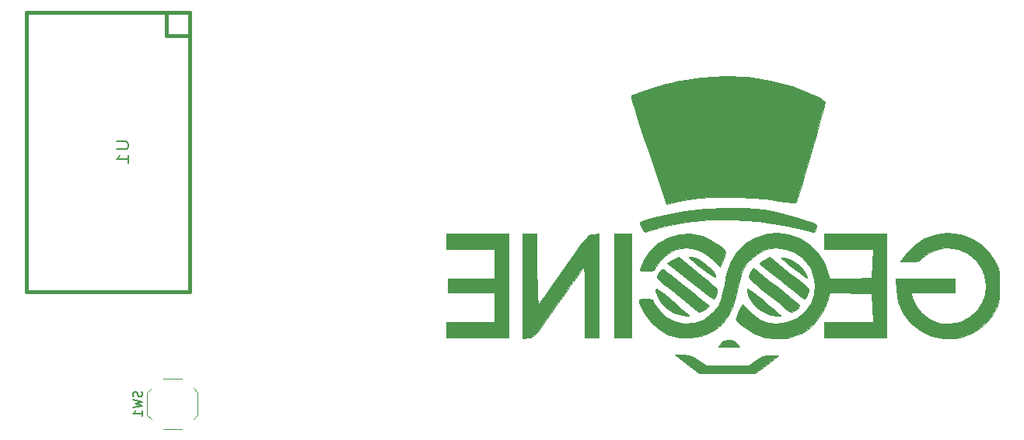
<source format=gbr>
G04 #@! TF.GenerationSoftware,KiCad,Pcbnew,(5.1.6-0-10_14)*
G04 #@! TF.CreationDate,2020-08-23T00:26:13+08:00*
G04 #@! TF.ProjectId,Geopad,47656f70-6164-42e6-9b69-6361645f7063,rev?*
G04 #@! TF.SameCoordinates,Original*
G04 #@! TF.FileFunction,Legend,Bot*
G04 #@! TF.FilePolarity,Positive*
%FSLAX46Y46*%
G04 Gerber Fmt 4.6, Leading zero omitted, Abs format (unit mm)*
G04 Created by KiCad (PCBNEW (5.1.6-0-10_14)) date 2020-08-23 00:26:13*
%MOMM*%
%LPD*%
G01*
G04 APERTURE LIST*
%ADD10C,0.010000*%
%ADD11C,0.120000*%
%ADD12C,0.381000*%
%ADD13C,0.150000*%
%ADD14C,0.203200*%
G04 APERTURE END LIST*
D10*
G36*
X198209589Y-118419223D02*
G01*
X195471374Y-118870221D01*
X195250929Y-118916854D01*
X194480458Y-119100503D01*
X193625876Y-119333514D01*
X192758662Y-119592881D01*
X191950299Y-119855602D01*
X191272268Y-120098672D01*
X190796052Y-120299087D01*
X190612011Y-120409729D01*
X190632273Y-120595355D01*
X190752495Y-121064277D01*
X190961373Y-121779925D01*
X191247600Y-122705728D01*
X191599872Y-123805116D01*
X192006883Y-125041517D01*
X192455515Y-126373044D01*
X194441007Y-132201576D01*
X195899504Y-131859716D01*
X196811188Y-131703880D01*
X197984119Y-131590831D01*
X199343592Y-131520538D01*
X200814904Y-131492973D01*
X202323352Y-131508106D01*
X203794231Y-131565907D01*
X205152840Y-131666347D01*
X206324473Y-131809396D01*
X206646559Y-131863955D01*
X207501126Y-132011442D01*
X208072905Y-132083453D01*
X208408510Y-132083196D01*
X208554553Y-132013876D01*
X208563733Y-131995844D01*
X208693151Y-131620209D01*
X208890593Y-130998107D01*
X209142694Y-130175692D01*
X209436092Y-129199117D01*
X209757423Y-128114535D01*
X210093323Y-126968100D01*
X210430429Y-125805964D01*
X210755378Y-124674281D01*
X211054806Y-123619205D01*
X211315350Y-122686889D01*
X211523647Y-121923485D01*
X211666332Y-121375148D01*
X211730042Y-121088030D01*
X211730940Y-121057270D01*
X211496646Y-120866777D01*
X211012455Y-120595591D01*
X210347821Y-120275760D01*
X209572198Y-119939330D01*
X208755041Y-119618346D01*
X208148345Y-119404245D01*
X205723496Y-118736150D01*
X203289512Y-118350444D01*
X200800256Y-118245383D01*
X198209589Y-118419223D01*
G37*
X198209589Y-118419223D02*
X195471374Y-118870221D01*
X195250929Y-118916854D01*
X194480458Y-119100503D01*
X193625876Y-119333514D01*
X192758662Y-119592881D01*
X191950299Y-119855602D01*
X191272268Y-120098672D01*
X190796052Y-120299087D01*
X190612011Y-120409729D01*
X190632273Y-120595355D01*
X190752495Y-121064277D01*
X190961373Y-121779925D01*
X191247600Y-122705728D01*
X191599872Y-123805116D01*
X192006883Y-125041517D01*
X192455515Y-126373044D01*
X194441007Y-132201576D01*
X195899504Y-131859716D01*
X196811188Y-131703880D01*
X197984119Y-131590831D01*
X199343592Y-131520538D01*
X200814904Y-131492973D01*
X202323352Y-131508106D01*
X203794231Y-131565907D01*
X205152840Y-131666347D01*
X206324473Y-131809396D01*
X206646559Y-131863955D01*
X207501126Y-132011442D01*
X208072905Y-132083453D01*
X208408510Y-132083196D01*
X208554553Y-132013876D01*
X208563733Y-131995844D01*
X208693151Y-131620209D01*
X208890593Y-130998107D01*
X209142694Y-130175692D01*
X209436092Y-129199117D01*
X209757423Y-128114535D01*
X210093323Y-126968100D01*
X210430429Y-125805964D01*
X210755378Y-124674281D01*
X211054806Y-123619205D01*
X211315350Y-122686889D01*
X211523647Y-121923485D01*
X211666332Y-121375148D01*
X211730042Y-121088030D01*
X211730940Y-121057270D01*
X211496646Y-120866777D01*
X211012455Y-120595591D01*
X210347821Y-120275760D01*
X209572198Y-119939330D01*
X208755041Y-119618346D01*
X208148345Y-119404245D01*
X205723496Y-118736150D01*
X203289512Y-118350444D01*
X200800256Y-118245383D01*
X198209589Y-118419223D01*
G36*
X198700733Y-132751099D02*
G01*
X196443481Y-133012728D01*
X194280713Y-133408747D01*
X192805547Y-133781914D01*
X192222817Y-133956822D01*
X191781324Y-134102240D01*
X191569869Y-134188776D01*
X191565394Y-134192428D01*
X191585703Y-134375469D01*
X191731637Y-134730033D01*
X191768960Y-134804255D01*
X192022530Y-135172665D01*
X192273338Y-135248921D01*
X192331779Y-135231326D01*
X194384723Y-134589421D01*
X196660732Y-134157682D01*
X199116616Y-133936982D01*
X201709182Y-133928196D01*
X204395239Y-134132200D01*
X207131596Y-134549869D01*
X208759221Y-134898547D01*
X209480229Y-135068824D01*
X210066970Y-135205355D01*
X210449119Y-135291902D01*
X210559805Y-135314267D01*
X210636486Y-135173607D01*
X210710037Y-134936187D01*
X210741073Y-134591817D01*
X210687454Y-134437296D01*
X210404224Y-134277449D01*
X209857517Y-134067048D01*
X209115261Y-133825298D01*
X208245384Y-133571402D01*
X207315813Y-133324566D01*
X206394476Y-133103995D01*
X205549301Y-132928893D01*
X205062666Y-132847043D01*
X203107998Y-132660807D01*
X200954796Y-132631309D01*
X198700733Y-132751099D01*
G37*
X198700733Y-132751099D02*
X196443481Y-133012728D01*
X194280713Y-133408747D01*
X192805547Y-133781914D01*
X192222817Y-133956822D01*
X191781324Y-134102240D01*
X191569869Y-134188776D01*
X191565394Y-134192428D01*
X191585703Y-134375469D01*
X191731637Y-134730033D01*
X191768960Y-134804255D01*
X192022530Y-135172665D01*
X192273338Y-135248921D01*
X192331779Y-135231326D01*
X194384723Y-134589421D01*
X196660732Y-134157682D01*
X199116616Y-133936982D01*
X201709182Y-133928196D01*
X204395239Y-134132200D01*
X207131596Y-134549869D01*
X208759221Y-134898547D01*
X209480229Y-135068824D01*
X210066970Y-135205355D01*
X210449119Y-135291902D01*
X210559805Y-135314267D01*
X210636486Y-135173607D01*
X210710037Y-134936187D01*
X210741073Y-134591817D01*
X210687454Y-134437296D01*
X210404224Y-134277449D01*
X209857517Y-134067048D01*
X209115261Y-133825298D01*
X208245384Y-133571402D01*
X207315813Y-133324566D01*
X206394476Y-133103995D01*
X205549301Y-132928893D01*
X205062666Y-132847043D01*
X203107998Y-132660807D01*
X200954796Y-132631309D01*
X198700733Y-132751099D01*
G36*
X195840743Y-135559062D02*
G01*
X194655415Y-135902940D01*
X193577631Y-136497961D01*
X192660026Y-137317196D01*
X191955237Y-138333716D01*
X191610983Y-139166600D01*
X191566194Y-139399634D01*
X191673113Y-139511175D01*
X192007465Y-139545523D01*
X192262240Y-139547600D01*
X192762181Y-139519238D01*
X193051091Y-139394742D01*
X193254575Y-139114995D01*
X193278689Y-139069208D01*
X193696106Y-138486918D01*
X194297816Y-137910676D01*
X194964355Y-137440439D01*
X195525681Y-137189146D01*
X196630912Y-137016944D01*
X197644286Y-137153386D01*
X198602792Y-137608800D01*
X199427111Y-138278571D01*
X200310889Y-139133319D01*
X200637673Y-138378401D01*
X200813721Y-137890907D01*
X200889430Y-137510963D01*
X200879378Y-137401771D01*
X200647725Y-137108399D01*
X200192457Y-136738804D01*
X199601220Y-136350231D01*
X198961659Y-135999922D01*
X198361418Y-135745122D01*
X198323484Y-135732454D01*
X197080978Y-135493258D01*
X195840743Y-135559062D01*
G37*
X195840743Y-135559062D02*
X194655415Y-135902940D01*
X193577631Y-136497961D01*
X192660026Y-137317196D01*
X191955237Y-138333716D01*
X191610983Y-139166600D01*
X191566194Y-139399634D01*
X191673113Y-139511175D01*
X192007465Y-139545523D01*
X192262240Y-139547600D01*
X192762181Y-139519238D01*
X193051091Y-139394742D01*
X193254575Y-139114995D01*
X193278689Y-139069208D01*
X193696106Y-138486918D01*
X194297816Y-137910676D01*
X194964355Y-137440439D01*
X195525681Y-137189146D01*
X196630912Y-137016944D01*
X197644286Y-137153386D01*
X198602792Y-137608800D01*
X199427111Y-138278571D01*
X200310889Y-139133319D01*
X200637673Y-138378401D01*
X200813721Y-137890907D01*
X200889430Y-137510963D01*
X200879378Y-137401771D01*
X200647725Y-137108399D01*
X200192457Y-136738804D01*
X199601220Y-136350231D01*
X198961659Y-135999922D01*
X198361418Y-135745122D01*
X198323484Y-135732454D01*
X197080978Y-135493258D01*
X195840743Y-135559062D01*
G36*
X196865591Y-138045607D02*
G01*
X196969778Y-138166562D01*
X197292995Y-138447193D01*
X197783284Y-138844051D01*
X198312820Y-139255799D01*
X199042475Y-139791923D01*
X199533058Y-140101836D01*
X199781208Y-140183565D01*
X199813333Y-140136736D01*
X199681152Y-139811205D01*
X199337882Y-139384009D01*
X198863432Y-138926729D01*
X198337712Y-138510947D01*
X197840632Y-138208245D01*
X197538808Y-138099247D01*
X197123767Y-138038865D01*
X196882796Y-138036885D01*
X196865591Y-138045607D01*
G37*
X196865591Y-138045607D02*
X196969778Y-138166562D01*
X197292995Y-138447193D01*
X197783284Y-138844051D01*
X198312820Y-139255799D01*
X199042475Y-139791923D01*
X199533058Y-140101836D01*
X199781208Y-140183565D01*
X199813333Y-140136736D01*
X199681152Y-139811205D01*
X199337882Y-139384009D01*
X198863432Y-138926729D01*
X198337712Y-138510947D01*
X197840632Y-138208245D01*
X197538808Y-138099247D01*
X197123767Y-138038865D01*
X196882796Y-138036885D01*
X196865591Y-138045607D01*
G36*
X206937336Y-138052314D02*
G01*
X207000572Y-138169360D01*
X207288795Y-138445054D01*
X207754435Y-138837033D01*
X208293478Y-139260014D01*
X208893043Y-139708759D01*
X209379948Y-140057169D01*
X209700949Y-140268235D01*
X209804000Y-140309939D01*
X209695213Y-139978716D01*
X209421216Y-139528725D01*
X209060551Y-139076313D01*
X208798384Y-138820322D01*
X208342793Y-138510113D01*
X207807217Y-138245847D01*
X207307258Y-138075231D01*
X206958515Y-138045968D01*
X206937336Y-138052314D01*
G37*
X206937336Y-138052314D02*
X207000572Y-138169360D01*
X207288795Y-138445054D01*
X207754435Y-138837033D01*
X208293478Y-139260014D01*
X208893043Y-139708759D01*
X209379948Y-140057169D01*
X209700949Y-140268235D01*
X209804000Y-140309939D01*
X209695213Y-139978716D01*
X209421216Y-139528725D01*
X209060551Y-139076313D01*
X208798384Y-138820322D01*
X208342793Y-138510113D01*
X207807217Y-138245847D01*
X207307258Y-138075231D01*
X206958515Y-138045968D01*
X206937336Y-138052314D01*
G36*
X195131840Y-138332303D02*
G01*
X194510256Y-138651194D01*
X196991650Y-140623397D01*
X197776204Y-141243329D01*
X198468360Y-141783359D01*
X199025299Y-142210640D01*
X199404204Y-142492328D01*
X199562255Y-142595578D01*
X199562713Y-142595600D01*
X199681051Y-142456794D01*
X199817524Y-142161243D01*
X199940779Y-141786098D01*
X199982666Y-141575321D01*
X199857252Y-141422890D01*
X199510727Y-141099590D01*
X198987669Y-140644560D01*
X198332654Y-140096941D01*
X197868045Y-139718583D01*
X195753424Y-138013411D01*
X195131840Y-138332303D01*
G37*
X195131840Y-138332303D02*
X194510256Y-138651194D01*
X196991650Y-140623397D01*
X197776204Y-141243329D01*
X198468360Y-141783359D01*
X199025299Y-142210640D01*
X199404204Y-142492328D01*
X199562255Y-142595578D01*
X199562713Y-142595600D01*
X199681051Y-142456794D01*
X199817524Y-142161243D01*
X199940779Y-141786098D01*
X199982666Y-141575321D01*
X199857252Y-141422890D01*
X199510727Y-141099590D01*
X198987669Y-140644560D01*
X198332654Y-140096941D01*
X197868045Y-139718583D01*
X195753424Y-138013411D01*
X195131840Y-138332303D01*
G36*
X205135957Y-138317127D02*
G01*
X204763869Y-138517811D01*
X204569580Y-138668107D01*
X204561176Y-138689963D01*
X204688837Y-138815853D01*
X205033585Y-139107691D01*
X205544072Y-139524932D01*
X206168948Y-140027037D01*
X206856865Y-140573462D01*
X207556475Y-141123667D01*
X208216430Y-141637108D01*
X208785380Y-142073244D01*
X209211977Y-142391533D01*
X209444872Y-142551434D01*
X209464008Y-142560962D01*
X209601367Y-142454353D01*
X209763866Y-142127495D01*
X209784752Y-142070027D01*
X209912008Y-141693502D01*
X209972529Y-141491856D01*
X209973333Y-141485526D01*
X209848153Y-141370786D01*
X209502142Y-141081640D01*
X208979596Y-140654401D01*
X208324812Y-140125381D01*
X207845291Y-139740959D01*
X205717248Y-138039929D01*
X205135957Y-138317127D01*
G37*
X205135957Y-138317127D02*
X204763869Y-138517811D01*
X204569580Y-138668107D01*
X204561176Y-138689963D01*
X204688837Y-138815853D01*
X205033585Y-139107691D01*
X205544072Y-139524932D01*
X206168948Y-140027037D01*
X206856865Y-140573462D01*
X207556475Y-141123667D01*
X208216430Y-141637108D01*
X208785380Y-142073244D01*
X209211977Y-142391533D01*
X209444872Y-142551434D01*
X209464008Y-142560962D01*
X209601367Y-142454353D01*
X209763866Y-142127495D01*
X209784752Y-142070027D01*
X209912008Y-141693502D01*
X209972529Y-141491856D01*
X209973333Y-141485526D01*
X209848153Y-141370786D01*
X209502142Y-141081640D01*
X208979596Y-140654401D01*
X208324812Y-140125381D01*
X207845291Y-139740959D01*
X205717248Y-138039929D01*
X205135957Y-138317127D01*
G36*
X193920701Y-139366780D02*
G01*
X193701171Y-139603323D01*
X193518489Y-139932675D01*
X193440855Y-140239385D01*
X193491257Y-140383992D01*
X193667012Y-140528525D01*
X194055518Y-140845421D01*
X194606475Y-141293730D01*
X195269587Y-141832505D01*
X195580000Y-142084487D01*
X196288714Y-142660286D01*
X196919184Y-143173714D01*
X197417088Y-143580443D01*
X197728100Y-143836146D01*
X197788316Y-143886472D01*
X198012761Y-144003799D01*
X198292234Y-143941963D01*
X198616761Y-143763013D01*
X198967229Y-143521173D01*
X199054668Y-143350568D01*
X198948445Y-143201225D01*
X198761376Y-143045092D01*
X198362641Y-142721673D01*
X197806072Y-142273935D01*
X197145499Y-141744842D01*
X196434754Y-141177362D01*
X195727670Y-140614460D01*
X195078077Y-140099103D01*
X194539807Y-139674256D01*
X194166692Y-139382887D01*
X194108878Y-139338492D01*
X193920701Y-139366780D01*
G37*
X193920701Y-139366780D02*
X193701171Y-139603323D01*
X193518489Y-139932675D01*
X193440855Y-140239385D01*
X193491257Y-140383992D01*
X193667012Y-140528525D01*
X194055518Y-140845421D01*
X194606475Y-141293730D01*
X195269587Y-141832505D01*
X195580000Y-142084487D01*
X196288714Y-142660286D01*
X196919184Y-143173714D01*
X197417088Y-143580443D01*
X197728100Y-143836146D01*
X197788316Y-143886472D01*
X198012761Y-144003799D01*
X198292234Y-143941963D01*
X198616761Y-143763013D01*
X198967229Y-143521173D01*
X199054668Y-143350568D01*
X198948445Y-143201225D01*
X198761376Y-143045092D01*
X198362641Y-142721673D01*
X197806072Y-142273935D01*
X197145499Y-141744842D01*
X196434754Y-141177362D01*
X195727670Y-140614460D01*
X195078077Y-140099103D01*
X194539807Y-139674256D01*
X194166692Y-139382887D01*
X194108878Y-139338492D01*
X193920701Y-139366780D01*
G36*
X203618562Y-139726160D02*
G01*
X203449025Y-140117707D01*
X203463037Y-140351459D01*
X203565765Y-140475456D01*
X203766330Y-140645966D01*
X204172231Y-140981723D01*
X204725217Y-141435326D01*
X205367040Y-141959378D01*
X206039450Y-142506478D01*
X206684196Y-143029230D01*
X207243029Y-143480233D01*
X207657700Y-143812088D01*
X207864532Y-143973438D01*
X208112815Y-143978754D01*
X208478993Y-143816377D01*
X208513512Y-143794373D01*
X208820538Y-143544826D01*
X208938892Y-143349800D01*
X208936471Y-143336578D01*
X208792780Y-143181455D01*
X208433316Y-142860359D01*
X207908528Y-142416654D01*
X207268863Y-141893704D01*
X207102157Y-141759863D01*
X206366887Y-141171207D01*
X205658204Y-140603069D01*
X205053471Y-140117517D01*
X204630049Y-139776616D01*
X204607463Y-139758372D01*
X203898260Y-139185285D01*
X203618562Y-139726160D01*
G37*
X203618562Y-139726160D02*
X203449025Y-140117707D01*
X203463037Y-140351459D01*
X203565765Y-140475456D01*
X203766330Y-140645966D01*
X204172231Y-140981723D01*
X204725217Y-141435326D01*
X205367040Y-141959378D01*
X206039450Y-142506478D01*
X206684196Y-143029230D01*
X207243029Y-143480233D01*
X207657700Y-143812088D01*
X207864532Y-143973438D01*
X208112815Y-143978754D01*
X208478993Y-143816377D01*
X208513512Y-143794373D01*
X208820538Y-143544826D01*
X208938892Y-143349800D01*
X208936471Y-143336578D01*
X208792780Y-143181455D01*
X208433316Y-142860359D01*
X207908528Y-142416654D01*
X207268863Y-141893704D01*
X207102157Y-141759863D01*
X206366887Y-141171207D01*
X205658204Y-140603069D01*
X205053471Y-140117517D01*
X204630049Y-139776616D01*
X204607463Y-139758372D01*
X203898260Y-139185285D01*
X203618562Y-139726160D01*
G36*
X193255094Y-141516410D02*
G01*
X193279311Y-141681434D01*
X193688845Y-142698091D01*
X194354139Y-143511017D01*
X195237607Y-144085725D01*
X196215000Y-144375081D01*
X196651898Y-144428716D01*
X196907327Y-144431183D01*
X196934666Y-144415781D01*
X196811819Y-144287590D01*
X196473905Y-143983738D01*
X195966870Y-143544359D01*
X195336658Y-143009591D01*
X195047326Y-142767064D01*
X194315407Y-142160412D01*
X193805117Y-141753446D01*
X193481564Y-141524742D01*
X193309854Y-141452872D01*
X193255094Y-141516410D01*
G37*
X193255094Y-141516410D02*
X193279311Y-141681434D01*
X193688845Y-142698091D01*
X194354139Y-143511017D01*
X195237607Y-144085725D01*
X196215000Y-144375081D01*
X196651898Y-144428716D01*
X196907327Y-144431183D01*
X196934666Y-144415781D01*
X196811819Y-144287590D01*
X196473905Y-143983738D01*
X195966870Y-143544359D01*
X195336658Y-143009591D01*
X195047326Y-142767064D01*
X194315407Y-142160412D01*
X193805117Y-141753446D01*
X193481564Y-141524742D01*
X193309854Y-141452872D01*
X193255094Y-141516410D01*
G36*
X203251170Y-141471986D02*
G01*
X203222608Y-141715175D01*
X203355673Y-142133819D01*
X203603653Y-142636372D01*
X203919838Y-143131286D01*
X204257515Y-143527014D01*
X204334672Y-143595500D01*
X204993307Y-144001469D01*
X205799311Y-144309388D01*
X206575169Y-144454452D01*
X206697936Y-144458267D01*
X206898802Y-144427859D01*
X206807631Y-144286271D01*
X206749952Y-144232554D01*
X206196659Y-143743981D01*
X205571283Y-143215609D01*
X204927889Y-142690094D01*
X204320543Y-142210095D01*
X203803311Y-141818271D01*
X203430258Y-141557279D01*
X203255449Y-141469778D01*
X203251170Y-141471986D01*
G37*
X203251170Y-141471986D02*
X203222608Y-141715175D01*
X203355673Y-142133819D01*
X203603653Y-142636372D01*
X203919838Y-143131286D01*
X204257515Y-143527014D01*
X204334672Y-143595500D01*
X204993307Y-144001469D01*
X205799311Y-144309388D01*
X206575169Y-144454452D01*
X206697936Y-144458267D01*
X206898802Y-144427859D01*
X206807631Y-144286271D01*
X206749952Y-144232554D01*
X206196659Y-143743981D01*
X205571283Y-143215609D01*
X204927889Y-142690094D01*
X204320543Y-142210095D01*
X203803311Y-141818271D01*
X203430258Y-141557279D01*
X203255449Y-141469778D01*
X203251170Y-141471986D01*
G36*
X170518666Y-137176934D02*
G01*
X175768000Y-137176934D01*
X175768000Y-140394267D01*
X170688000Y-140394267D01*
X170688000Y-141918267D01*
X175768000Y-141918267D01*
X175768000Y-145135600D01*
X170518666Y-145135600D01*
X170518666Y-146828934D01*
X177292000Y-146828934D01*
X177292000Y-135483600D01*
X170518666Y-135483600D01*
X170518666Y-137176934D01*
G37*
X170518666Y-137176934D02*
X175768000Y-137176934D01*
X175768000Y-140394267D01*
X170688000Y-140394267D01*
X170688000Y-141918267D01*
X175768000Y-141918267D01*
X175768000Y-145135600D01*
X170518666Y-145135600D01*
X170518666Y-146828934D01*
X177292000Y-146828934D01*
X177292000Y-135483600D01*
X170518666Y-135483600D01*
X170518666Y-137176934D01*
G36*
X186494424Y-135515712D02*
G01*
X186236114Y-135553819D01*
X186009506Y-135648783D01*
X185770690Y-135845141D01*
X185475759Y-136187428D01*
X185080804Y-136720180D01*
X184541915Y-137487932D01*
X184522690Y-137515600D01*
X183546305Y-138920134D01*
X182744564Y-140070757D01*
X182099609Y-140992196D01*
X181593581Y-141709175D01*
X181208622Y-142246420D01*
X180926873Y-142628656D01*
X180730476Y-142880608D01*
X180601572Y-143027002D01*
X180522303Y-143092563D01*
X180486599Y-143103600D01*
X180444465Y-142942238D01*
X180407066Y-142490013D01*
X180376240Y-141794715D01*
X180353826Y-140904136D01*
X180341663Y-139866067D01*
X180340000Y-139293600D01*
X180340000Y-135483600D01*
X178816000Y-135483600D01*
X178816000Y-146849377D01*
X179448067Y-146796822D01*
X179644142Y-146772473D01*
X179823962Y-146713692D01*
X180014616Y-146588690D01*
X180243189Y-146365675D01*
X180536770Y-146012859D01*
X180922446Y-145498451D01*
X181427303Y-144790662D01*
X182078430Y-143857700D01*
X182628057Y-143064743D01*
X183318514Y-142071004D01*
X183953640Y-141163294D01*
X184505702Y-140380736D01*
X184946968Y-139762456D01*
X185249706Y-139347578D01*
X185382657Y-139178543D01*
X185450656Y-139177562D01*
X185502904Y-139348194D01*
X185541124Y-139721456D01*
X185567039Y-140328363D01*
X185582370Y-141199934D01*
X185588840Y-142367186D01*
X185589333Y-142900400D01*
X185589333Y-146828934D01*
X187113333Y-146828934D01*
X187113333Y-135463156D01*
X186494424Y-135515712D01*
G37*
X186494424Y-135515712D02*
X186236114Y-135553819D01*
X186009506Y-135648783D01*
X185770690Y-135845141D01*
X185475759Y-136187428D01*
X185080804Y-136720180D01*
X184541915Y-137487932D01*
X184522690Y-137515600D01*
X183546305Y-138920134D01*
X182744564Y-140070757D01*
X182099609Y-140992196D01*
X181593581Y-141709175D01*
X181208622Y-142246420D01*
X180926873Y-142628656D01*
X180730476Y-142880608D01*
X180601572Y-143027002D01*
X180522303Y-143092563D01*
X180486599Y-143103600D01*
X180444465Y-142942238D01*
X180407066Y-142490013D01*
X180376240Y-141794715D01*
X180353826Y-140904136D01*
X180341663Y-139866067D01*
X180340000Y-139293600D01*
X180340000Y-135483600D01*
X178816000Y-135483600D01*
X178816000Y-146849377D01*
X179448067Y-146796822D01*
X179644142Y-146772473D01*
X179823962Y-146713692D01*
X180014616Y-146588690D01*
X180243189Y-146365675D01*
X180536770Y-146012859D01*
X180922446Y-145498451D01*
X181427303Y-144790662D01*
X182078430Y-143857700D01*
X182628057Y-143064743D01*
X183318514Y-142071004D01*
X183953640Y-141163294D01*
X184505702Y-140380736D01*
X184946968Y-139762456D01*
X185249706Y-139347578D01*
X185382657Y-139178543D01*
X185450656Y-139177562D01*
X185502904Y-139348194D01*
X185541124Y-139721456D01*
X185567039Y-140328363D01*
X185582370Y-141199934D01*
X185588840Y-142367186D01*
X185589333Y-142900400D01*
X185589333Y-146828934D01*
X187113333Y-146828934D01*
X187113333Y-135463156D01*
X186494424Y-135515712D01*
G36*
X188806666Y-146828934D02*
G01*
X190669333Y-146828934D01*
X190669333Y-135483600D01*
X188806666Y-135483600D01*
X188806666Y-146828934D01*
G37*
X188806666Y-146828934D02*
X190669333Y-146828934D01*
X190669333Y-135483600D01*
X188806666Y-135483600D01*
X188806666Y-146828934D01*
G36*
X205495252Y-135484927D02*
G01*
X204162783Y-135881188D01*
X203056601Y-136508095D01*
X202165995Y-137378159D01*
X201480250Y-138503894D01*
X200988654Y-139897813D01*
X200757712Y-141018354D01*
X200574972Y-142008579D01*
X200365298Y-142749174D01*
X200091049Y-143329008D01*
X199714588Y-143836949D01*
X199441035Y-144127180D01*
X198524043Y-144823189D01*
X197499336Y-145212060D01*
X196415613Y-145285762D01*
X195321575Y-145036264D01*
X194941455Y-144869215D01*
X194386309Y-144515977D01*
X193846019Y-144045601D01*
X193394516Y-143537913D01*
X193105736Y-143072739D01*
X193040000Y-142816241D01*
X192898483Y-142668469D01*
X192458451Y-142601278D01*
X192197524Y-142595600D01*
X191702035Y-142604541D01*
X191474523Y-142660139D01*
X191444316Y-142805556D01*
X191513807Y-143013165D01*
X192088632Y-144169312D01*
X192855539Y-145180007D01*
X193756277Y-145983315D01*
X194732594Y-146517304D01*
X194849146Y-146559350D01*
X195920552Y-146784460D01*
X197104795Y-146805233D01*
X198246818Y-146624521D01*
X198677417Y-146488912D01*
X199713503Y-145980503D01*
X200553474Y-145287343D01*
X201221458Y-144375500D01*
X201741583Y-143211036D01*
X202137976Y-141760017D01*
X202178407Y-141564865D01*
X202378006Y-140616286D01*
X202553718Y-139924752D01*
X202736455Y-139413104D01*
X202957129Y-139004185D01*
X203246653Y-138620836D01*
X203451408Y-138387433D01*
X204327226Y-137646529D01*
X205315516Y-137192767D01*
X206361259Y-137018940D01*
X207409435Y-137117844D01*
X208405022Y-137482271D01*
X209293001Y-138105016D01*
X210018351Y-138978871D01*
X210185811Y-139269461D01*
X210469405Y-140097533D01*
X210573616Y-141074821D01*
X210498445Y-142063283D01*
X210243892Y-142924876D01*
X210185811Y-143043073D01*
X209515426Y-143974742D01*
X208631778Y-144689307D01*
X207600916Y-145146214D01*
X206502000Y-145304934D01*
X205493239Y-145190229D01*
X204600105Y-144821914D01*
X203740673Y-144163684D01*
X203583107Y-144011488D01*
X202696214Y-143129901D01*
X202355440Y-143900276D01*
X202157764Y-144372635D01*
X202034794Y-144715522D01*
X202014666Y-144807122D01*
X202147672Y-145015847D01*
X202494261Y-145336523D01*
X202975790Y-145709931D01*
X203513617Y-146076852D01*
X204029099Y-146378065D01*
X204229489Y-146474930D01*
X205226170Y-146778133D01*
X206355763Y-146907655D01*
X207452841Y-146850095D01*
X207856666Y-146768834D01*
X208483148Y-146577031D01*
X209073142Y-146348038D01*
X209262672Y-146257625D01*
X210100307Y-145663789D01*
X210881693Y-144830697D01*
X211533242Y-143857311D01*
X211981363Y-142842598D01*
X212083619Y-142463916D01*
X212203633Y-141908898D01*
X216831333Y-142002934D01*
X216928709Y-145135600D01*
X211666666Y-145135600D01*
X211666666Y-146828934D01*
X218440000Y-146828934D01*
X218440000Y-135483600D01*
X211666666Y-135483600D01*
X211666666Y-137176934D01*
X216928709Y-137176934D01*
X216831333Y-140309600D01*
X214517483Y-140356618D01*
X212203633Y-140403635D01*
X212083619Y-139848618D01*
X211655511Y-138624734D01*
X210960845Y-137549351D01*
X210049097Y-136655236D01*
X208969742Y-135975159D01*
X207772256Y-135541888D01*
X206506111Y-135388192D01*
X205495252Y-135484927D01*
G37*
X205495252Y-135484927D02*
X204162783Y-135881188D01*
X203056601Y-136508095D01*
X202165995Y-137378159D01*
X201480250Y-138503894D01*
X200988654Y-139897813D01*
X200757712Y-141018354D01*
X200574972Y-142008579D01*
X200365298Y-142749174D01*
X200091049Y-143329008D01*
X199714588Y-143836949D01*
X199441035Y-144127180D01*
X198524043Y-144823189D01*
X197499336Y-145212060D01*
X196415613Y-145285762D01*
X195321575Y-145036264D01*
X194941455Y-144869215D01*
X194386309Y-144515977D01*
X193846019Y-144045601D01*
X193394516Y-143537913D01*
X193105736Y-143072739D01*
X193040000Y-142816241D01*
X192898483Y-142668469D01*
X192458451Y-142601278D01*
X192197524Y-142595600D01*
X191702035Y-142604541D01*
X191474523Y-142660139D01*
X191444316Y-142805556D01*
X191513807Y-143013165D01*
X192088632Y-144169312D01*
X192855539Y-145180007D01*
X193756277Y-145983315D01*
X194732594Y-146517304D01*
X194849146Y-146559350D01*
X195920552Y-146784460D01*
X197104795Y-146805233D01*
X198246818Y-146624521D01*
X198677417Y-146488912D01*
X199713503Y-145980503D01*
X200553474Y-145287343D01*
X201221458Y-144375500D01*
X201741583Y-143211036D01*
X202137976Y-141760017D01*
X202178407Y-141564865D01*
X202378006Y-140616286D01*
X202553718Y-139924752D01*
X202736455Y-139413104D01*
X202957129Y-139004185D01*
X203246653Y-138620836D01*
X203451408Y-138387433D01*
X204327226Y-137646529D01*
X205315516Y-137192767D01*
X206361259Y-137018940D01*
X207409435Y-137117844D01*
X208405022Y-137482271D01*
X209293001Y-138105016D01*
X210018351Y-138978871D01*
X210185811Y-139269461D01*
X210469405Y-140097533D01*
X210573616Y-141074821D01*
X210498445Y-142063283D01*
X210243892Y-142924876D01*
X210185811Y-143043073D01*
X209515426Y-143974742D01*
X208631778Y-144689307D01*
X207600916Y-145146214D01*
X206502000Y-145304934D01*
X205493239Y-145190229D01*
X204600105Y-144821914D01*
X203740673Y-144163684D01*
X203583107Y-144011488D01*
X202696214Y-143129901D01*
X202355440Y-143900276D01*
X202157764Y-144372635D01*
X202034794Y-144715522D01*
X202014666Y-144807122D01*
X202147672Y-145015847D01*
X202494261Y-145336523D01*
X202975790Y-145709931D01*
X203513617Y-146076852D01*
X204029099Y-146378065D01*
X204229489Y-146474930D01*
X205226170Y-146778133D01*
X206355763Y-146907655D01*
X207452841Y-146850095D01*
X207856666Y-146768834D01*
X208483148Y-146577031D01*
X209073142Y-146348038D01*
X209262672Y-146257625D01*
X210100307Y-145663789D01*
X210881693Y-144830697D01*
X211533242Y-143857311D01*
X211981363Y-142842598D01*
X212083619Y-142463916D01*
X212203633Y-141908898D01*
X216831333Y-142002934D01*
X216928709Y-145135600D01*
X211666666Y-145135600D01*
X211666666Y-146828934D01*
X218440000Y-146828934D01*
X218440000Y-135483600D01*
X211666666Y-135483600D01*
X211666666Y-137176934D01*
X216928709Y-137176934D01*
X216831333Y-140309600D01*
X214517483Y-140356618D01*
X212203633Y-140403635D01*
X212083619Y-139848618D01*
X211655511Y-138624734D01*
X210960845Y-137549351D01*
X210049097Y-136655236D01*
X208969742Y-135975159D01*
X207772256Y-135541888D01*
X206506111Y-135388192D01*
X205495252Y-135484927D01*
G36*
X223788625Y-135531417D02*
G01*
X222560443Y-135971877D01*
X221462762Y-136688558D01*
X220549734Y-137661150D01*
X220451886Y-137798835D01*
X219947730Y-138531600D01*
X220942348Y-138531600D01*
X221551073Y-138507632D01*
X221942407Y-138411885D01*
X222235705Y-138208596D01*
X222326636Y-138116815D01*
X222993900Y-137600911D01*
X223844671Y-137214458D01*
X224730571Y-137019483D01*
X224980175Y-137007600D01*
X226189378Y-137153016D01*
X227230213Y-137591550D01*
X228108601Y-138326634D01*
X228727168Y-139179067D01*
X229079013Y-140070193D01*
X229213542Y-141094707D01*
X229127778Y-142124363D01*
X228818747Y-143030915D01*
X228816614Y-143034966D01*
X228181903Y-143921708D01*
X227356581Y-144605644D01*
X226403575Y-145068794D01*
X225385810Y-145293175D01*
X224366210Y-145260807D01*
X223407701Y-144953708D01*
X222984908Y-144701398D01*
X222215042Y-144053176D01*
X221622041Y-143345670D01*
X221267138Y-142656238D01*
X221216929Y-142467914D01*
X221107000Y-141918267D01*
X225890666Y-141918267D01*
X225890666Y-140394267D01*
X219418984Y-140394267D01*
X219483480Y-141621934D01*
X219685308Y-142928248D01*
X220161602Y-144066135D01*
X220941121Y-145100247D01*
X221107187Y-145271700D01*
X222131821Y-146070325D01*
X223321981Y-146619242D01*
X224601199Y-146897157D01*
X225893006Y-146882773D01*
X226483333Y-146768834D01*
X227789082Y-146277566D01*
X228886572Y-145523996D01*
X229790255Y-144496506D01*
X230245086Y-143744383D01*
X230466404Y-143290574D01*
X230605541Y-142880885D01*
X230681129Y-142413031D01*
X230711801Y-141784725D01*
X230716536Y-141156267D01*
X230705570Y-140327772D01*
X230661810Y-139740188D01*
X230569187Y-139296173D01*
X230411633Y-138898385D01*
X230311234Y-138700934D01*
X229559972Y-137523337D01*
X228692923Y-136635304D01*
X227656349Y-135993466D01*
X226419877Y-135560406D01*
X225093153Y-135387489D01*
X223788625Y-135531417D01*
G37*
X223788625Y-135531417D02*
X222560443Y-135971877D01*
X221462762Y-136688558D01*
X220549734Y-137661150D01*
X220451886Y-137798835D01*
X219947730Y-138531600D01*
X220942348Y-138531600D01*
X221551073Y-138507632D01*
X221942407Y-138411885D01*
X222235705Y-138208596D01*
X222326636Y-138116815D01*
X222993900Y-137600911D01*
X223844671Y-137214458D01*
X224730571Y-137019483D01*
X224980175Y-137007600D01*
X226189378Y-137153016D01*
X227230213Y-137591550D01*
X228108601Y-138326634D01*
X228727168Y-139179067D01*
X229079013Y-140070193D01*
X229213542Y-141094707D01*
X229127778Y-142124363D01*
X228818747Y-143030915D01*
X228816614Y-143034966D01*
X228181903Y-143921708D01*
X227356581Y-144605644D01*
X226403575Y-145068794D01*
X225385810Y-145293175D01*
X224366210Y-145260807D01*
X223407701Y-144953708D01*
X222984908Y-144701398D01*
X222215042Y-144053176D01*
X221622041Y-143345670D01*
X221267138Y-142656238D01*
X221216929Y-142467914D01*
X221107000Y-141918267D01*
X225890666Y-141918267D01*
X225890666Y-140394267D01*
X219418984Y-140394267D01*
X219483480Y-141621934D01*
X219685308Y-142928248D01*
X220161602Y-144066135D01*
X220941121Y-145100247D01*
X221107187Y-145271700D01*
X222131821Y-146070325D01*
X223321981Y-146619242D01*
X224601199Y-146897157D01*
X225893006Y-146882773D01*
X226483333Y-146768834D01*
X227789082Y-146277566D01*
X228886572Y-145523996D01*
X229790255Y-144496506D01*
X230245086Y-143744383D01*
X230466404Y-143290574D01*
X230605541Y-142880885D01*
X230681129Y-142413031D01*
X230711801Y-141784725D01*
X230716536Y-141156267D01*
X230705570Y-140327772D01*
X230661810Y-139740188D01*
X230569187Y-139296173D01*
X230411633Y-138898385D01*
X230311234Y-138700934D01*
X229559972Y-137523337D01*
X228692923Y-136635304D01*
X227656349Y-135993466D01*
X226419877Y-135560406D01*
X225093153Y-135387489D01*
X223788625Y-135531417D01*
G36*
X200731752Y-147155307D02*
G01*
X200404065Y-147406859D01*
X200363666Y-147463934D01*
X200110692Y-147844934D01*
X202394641Y-147844934D01*
X202141666Y-147463934D01*
X201832772Y-147180675D01*
X201348940Y-147084432D01*
X201252666Y-147082934D01*
X200731752Y-147155307D01*
G37*
X200731752Y-147155307D02*
X200404065Y-147406859D01*
X200363666Y-147463934D01*
X200110692Y-147844934D01*
X202394641Y-147844934D01*
X202141666Y-147463934D01*
X201832772Y-147180675D01*
X201348940Y-147084432D01*
X201252666Y-147082934D01*
X200731752Y-147155307D01*
G36*
X198035333Y-150714770D02*
G01*
X204131333Y-150702410D01*
X205389695Y-149739338D01*
X206648056Y-148776267D01*
X205848723Y-148724384D01*
X205341029Y-148723479D01*
X204931473Y-148831702D01*
X204476738Y-149097750D01*
X204229008Y-149274718D01*
X203408626Y-149876934D01*
X198753113Y-149876934D01*
X197928165Y-149284267D01*
X197371651Y-148925414D01*
X196896847Y-148746851D01*
X196342906Y-148692516D01*
X196227756Y-148691600D01*
X195352297Y-148691600D01*
X198035333Y-150714770D01*
G37*
X198035333Y-150714770D02*
X204131333Y-150702410D01*
X205389695Y-149739338D01*
X206648056Y-148776267D01*
X205848723Y-148724384D01*
X205341029Y-148723479D01*
X204931473Y-148831702D01*
X204476738Y-149097750D01*
X204229008Y-149274718D01*
X203408626Y-149876934D01*
X198753113Y-149876934D01*
X197928165Y-149284267D01*
X197371651Y-148925414D01*
X196896847Y-148746851D01*
X196342906Y-148692516D01*
X196227756Y-148691600D01*
X195352297Y-148691600D01*
X198035333Y-150714770D01*
D11*
X142952500Y-152325600D02*
X143402500Y-152775600D01*
X142952500Y-155725600D02*
X143402500Y-155275600D01*
X138352500Y-155725600D02*
X137902500Y-155275600D01*
X138352500Y-152325600D02*
X137902500Y-152775600D01*
X139652500Y-156775600D02*
X141652500Y-156775600D01*
X143402500Y-152775600D02*
X143402500Y-155275600D01*
X139652500Y-151275600D02*
X141652500Y-151275600D01*
X137902500Y-152775600D02*
X137902500Y-155275600D01*
D12*
X124726700Y-111315500D02*
X142506700Y-111315500D01*
X142506700Y-111315500D02*
X142506700Y-141795500D01*
X142506700Y-141795500D02*
X124726700Y-141795500D01*
X124726700Y-141795500D02*
X124726700Y-111315500D01*
X139966700Y-111315500D02*
X139966700Y-113855500D01*
X139966700Y-113855500D02*
X142506700Y-113855500D01*
D13*
X137307261Y-152692266D02*
X137354880Y-152835123D01*
X137354880Y-153073219D01*
X137307261Y-153168457D01*
X137259642Y-153216076D01*
X137164404Y-153263695D01*
X137069166Y-153263695D01*
X136973928Y-153216076D01*
X136926309Y-153168457D01*
X136878690Y-153073219D01*
X136831071Y-152882742D01*
X136783452Y-152787504D01*
X136735833Y-152739885D01*
X136640595Y-152692266D01*
X136545357Y-152692266D01*
X136450119Y-152739885D01*
X136402500Y-152787504D01*
X136354880Y-152882742D01*
X136354880Y-153120838D01*
X136402500Y-153263695D01*
X136354880Y-153597028D02*
X137354880Y-153835123D01*
X136640595Y-154025600D01*
X137354880Y-154216076D01*
X136354880Y-154454171D01*
X137354880Y-155358933D02*
X137354880Y-154787504D01*
X137354880Y-155073219D02*
X136354880Y-155073219D01*
X136497738Y-154977980D01*
X136592976Y-154882742D01*
X136640595Y-154787504D01*
D14*
X134546223Y-125394357D02*
X135574319Y-125394357D01*
X135695271Y-125466928D01*
X135755747Y-125539500D01*
X135816223Y-125684642D01*
X135816223Y-125974928D01*
X135755747Y-126120071D01*
X135695271Y-126192642D01*
X135574319Y-126265214D01*
X134546223Y-126265214D01*
X135816223Y-127789214D02*
X135816223Y-126918357D01*
X135816223Y-127353785D02*
X134546223Y-127353785D01*
X134727652Y-127208642D01*
X134848604Y-127063500D01*
X134909080Y-126918357D01*
M02*

</source>
